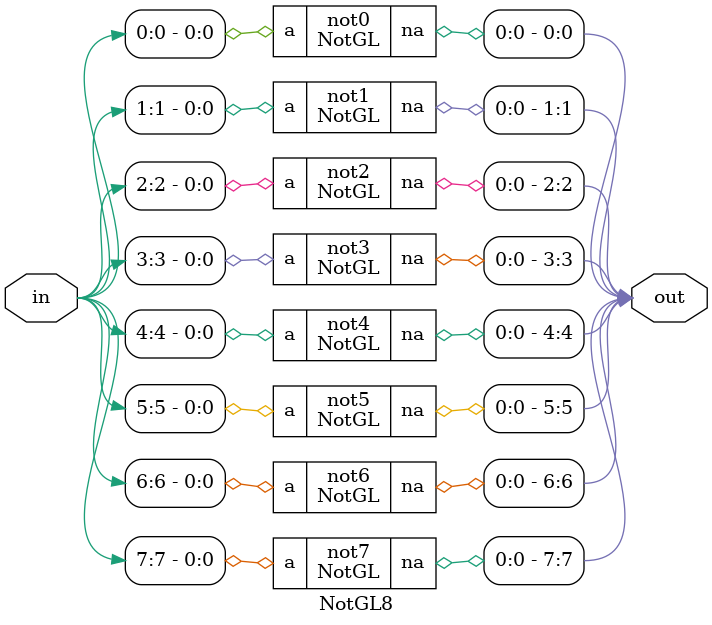
<source format=v>
module NotGL(a,na);
input a;
output na;
not(na,a);
endmodule

module NotGL8(in,out);
input [7:0] in;
output [7:0] out;

NotGL not0(.a(in[0]), .na(out[0]));
NotGL not1(.a(in[1]), .na(out[1]));
NotGL not2(.a(in[2]), .na(out[2]));
NotGL not3(.a(in[3]), .na(out[3]));
NotGL not4(.a(in[4]), .na(out[4]));
NotGL not5(.a(in[5]), .na(out[5]));
NotGL not6(.a(in[6]), .na(out[6]));
NotGL not7(.a(in[7]), .na(out[7]));

endmodule
</source>
